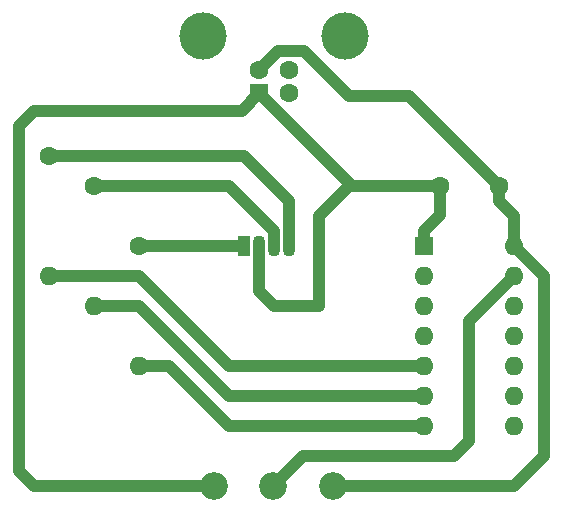
<source format=gbr>
G04 #@! TF.GenerationSoftware,KiCad,Pcbnew,(5.1.9-0-10_14)*
G04 #@! TF.CreationDate,2021-05-28T11:35:46+01:00*
G04 #@! TF.ProjectId,ATtinyRGBLamp,41547469-6e79-4524-9742-4c616d702e6b,rev?*
G04 #@! TF.SameCoordinates,Original*
G04 #@! TF.FileFunction,Copper,L2,Bot*
G04 #@! TF.FilePolarity,Positive*
%FSLAX46Y46*%
G04 Gerber Fmt 4.6, Leading zero omitted, Abs format (unit mm)*
G04 Created by KiCad (PCBNEW (5.1.9-0-10_14)) date 2021-05-28 11:35:46*
%MOMM*%
%LPD*%
G01*
G04 APERTURE LIST*
G04 #@! TA.AperFunction,ComponentPad*
%ADD10C,4.000000*%
G04 #@! TD*
G04 #@! TA.AperFunction,ComponentPad*
%ADD11C,1.600000*%
G04 #@! TD*
G04 #@! TA.AperFunction,ComponentPad*
%ADD12R,1.600000X1.600000*%
G04 #@! TD*
G04 #@! TA.AperFunction,ComponentPad*
%ADD13R,1.070000X1.800000*%
G04 #@! TD*
G04 #@! TA.AperFunction,ComponentPad*
%ADD14O,1.070000X1.800000*%
G04 #@! TD*
G04 #@! TA.AperFunction,ComponentPad*
%ADD15O,1.600000X1.600000*%
G04 #@! TD*
G04 #@! TA.AperFunction,ComponentPad*
%ADD16C,2.340000*%
G04 #@! TD*
G04 #@! TA.AperFunction,Conductor*
%ADD17C,1.016000*%
G04 #@! TD*
G04 #@! TA.AperFunction,Conductor*
%ADD18C,0.762000*%
G04 #@! TD*
G04 APERTURE END LIST*
D10*
G04 #@! TO.P,J1,5*
G04 #@! TO.N,Net-(J1-Pad5)*
X133680000Y-45720000D03*
X145680000Y-45720000D03*
D11*
G04 #@! TO.P,J1,4*
G04 #@! TO.N,GND*
X138430000Y-48580000D03*
G04 #@! TO.P,J1,3*
G04 #@! TO.N,Net-(J1-Pad3)*
X140930000Y-48580000D03*
G04 #@! TO.P,J1,2*
G04 #@! TO.N,Net-(J1-Pad2)*
X140930000Y-50580000D03*
D12*
G04 #@! TO.P,J1,1*
G04 #@! TO.N,+5V*
X138430000Y-50580000D03*
G04 #@! TD*
D11*
G04 #@! TO.P,C1,1*
G04 #@! TO.N,GND*
X158750000Y-58420000D03*
G04 #@! TO.P,C1,2*
G04 #@! TO.N,+5V*
X153750000Y-58420000D03*
G04 #@! TD*
D13*
G04 #@! TO.P,D1,1*
G04 #@! TO.N,Net-(D1-Pad1)*
X137160000Y-63500000D03*
D14*
G04 #@! TO.P,D1,2*
G04 #@! TO.N,+5V*
X138430000Y-63500000D03*
G04 #@! TO.P,D1,3*
G04 #@! TO.N,Net-(D1-Pad3)*
X139700000Y-63500000D03*
G04 #@! TO.P,D1,4*
G04 #@! TO.N,Net-(D1-Pad4)*
X140970000Y-63500000D03*
G04 #@! TD*
D12*
G04 #@! TO.P,IC1,1*
G04 #@! TO.N,+5V*
X152400000Y-63500000D03*
D15*
G04 #@! TO.P,IC1,8*
G04 #@! TO.N,Net-(IC1-Pad8)*
X160020000Y-78740000D03*
G04 #@! TO.P,IC1,2*
G04 #@! TO.N,Net-(IC1-Pad2)*
X152400000Y-66040000D03*
G04 #@! TO.P,IC1,9*
G04 #@! TO.N,Net-(IC1-Pad9)*
X160020000Y-76200000D03*
G04 #@! TO.P,IC1,3*
G04 #@! TO.N,Net-(IC1-Pad3)*
X152400000Y-68580000D03*
G04 #@! TO.P,IC1,10*
G04 #@! TO.N,Net-(IC1-Pad10)*
X160020000Y-73660000D03*
G04 #@! TO.P,IC1,4*
G04 #@! TO.N,Net-(IC1-Pad4)*
X152400000Y-71120000D03*
G04 #@! TO.P,IC1,11*
G04 #@! TO.N,Net-(IC1-Pad11)*
X160020000Y-71120000D03*
G04 #@! TO.P,IC1,5*
G04 #@! TO.N,Net-(IC1-Pad5)*
X152400000Y-73660000D03*
G04 #@! TO.P,IC1,12*
G04 #@! TO.N,Net-(IC1-Pad12)*
X160020000Y-68580000D03*
G04 #@! TO.P,IC1,6*
G04 #@! TO.N,Net-(IC1-Pad6)*
X152400000Y-76200000D03*
G04 #@! TO.P,IC1,13*
G04 #@! TO.N,Net-(IC1-Pad13)*
X160020000Y-66040000D03*
G04 #@! TO.P,IC1,7*
G04 #@! TO.N,Net-(IC1-Pad7)*
X152400000Y-78740000D03*
G04 #@! TO.P,IC1,14*
G04 #@! TO.N,GND*
X160020000Y-63500000D03*
G04 #@! TD*
G04 #@! TO.P,R1,2*
G04 #@! TO.N,Net-(IC1-Pad7)*
X128270000Y-73660000D03*
D11*
G04 #@! TO.P,R1,1*
G04 #@! TO.N,Net-(D1-Pad1)*
X128270000Y-63500000D03*
G04 #@! TD*
G04 #@! TO.P,R2,1*
G04 #@! TO.N,Net-(D1-Pad3)*
X124460000Y-58420000D03*
D15*
G04 #@! TO.P,R2,2*
G04 #@! TO.N,Net-(IC1-Pad6)*
X124460000Y-68580000D03*
G04 #@! TD*
D11*
G04 #@! TO.P,R3,1*
G04 #@! TO.N,Net-(D1-Pad4)*
X120650000Y-55880000D03*
D15*
G04 #@! TO.P,R3,2*
G04 #@! TO.N,Net-(IC1-Pad5)*
X120650000Y-66040000D03*
G04 #@! TD*
D16*
G04 #@! TO.P,RV1,3*
G04 #@! TO.N,GND*
X144620000Y-83820000D03*
G04 #@! TO.P,RV1,2*
G04 #@! TO.N,Net-(IC1-Pad13)*
X139620000Y-83820000D03*
G04 #@! TO.P,RV1,1*
G04 #@! TO.N,+5V*
X134620000Y-83820000D03*
G04 #@! TD*
D17*
G04 #@! TO.N,Net-(D1-Pad1)*
X128270000Y-63500000D02*
X137160000Y-63500000D01*
G04 #@! TO.N,Net-(D1-Pad3)*
X124460000Y-58420000D02*
X135890000Y-58420000D01*
X135890000Y-58420000D02*
X139700000Y-62230000D01*
X139700000Y-62230000D02*
X139700000Y-63500000D01*
G04 #@! TO.N,Net-(D1-Pad4)*
X138430000Y-57150000D02*
X140970000Y-59690000D01*
X120650000Y-55880000D02*
X137160000Y-55880000D01*
X137160000Y-55880000D02*
X138430000Y-57150000D01*
X140970000Y-59690000D02*
X140970000Y-63500000D01*
G04 #@! TO.N,Net-(IC1-Pad5)*
X135890000Y-73660000D02*
X128270000Y-66040000D01*
X152400000Y-73660000D02*
X135890000Y-73660000D01*
X120650000Y-66040000D02*
X128270000Y-66040000D01*
G04 #@! TO.N,Net-(IC1-Pad6)*
X135890000Y-76200000D02*
X152400000Y-76200000D01*
X128270000Y-68580000D02*
X135890000Y-76200000D01*
X124460000Y-68580000D02*
X128270000Y-68580000D01*
G04 #@! TO.N,Net-(IC1-Pad13)*
X160020000Y-66040000D02*
X156210000Y-69850000D01*
X156210000Y-69850000D02*
X156210000Y-80010000D01*
X156210000Y-80010000D02*
X154940000Y-81280000D01*
X142160000Y-81280000D02*
X139620000Y-83820000D01*
X154940000Y-81280000D02*
X142160000Y-81280000D01*
G04 #@! TO.N,Net-(IC1-Pad7)*
X128270000Y-73660000D02*
X130810000Y-73660000D01*
X135890000Y-78740000D02*
X152400000Y-78740000D01*
X130810000Y-73660000D02*
X135890000Y-78740000D01*
G04 #@! TO.N,GND*
X158750000Y-58420000D02*
X158750000Y-59690000D01*
X160020000Y-60960000D02*
X160020000Y-63500000D01*
X158750000Y-59690000D02*
X160020000Y-60960000D01*
X140020000Y-46990000D02*
X138430000Y-48580000D01*
X142240000Y-46990000D02*
X140020000Y-46990000D01*
X158750000Y-58420000D02*
X151130000Y-50800000D01*
X151130000Y-50800000D02*
X146050000Y-50800000D01*
X146050000Y-50800000D02*
X142240000Y-46990000D01*
X160020000Y-63500000D02*
X162560000Y-66040000D01*
X162560000Y-66040000D02*
X162560000Y-81280000D01*
X160020000Y-83820000D02*
X144620000Y-83820000D01*
X162560000Y-81280000D02*
X160020000Y-83820000D01*
D18*
G04 #@! TO.N,+5V*
X153750000Y-58420000D02*
X153750000Y-59610000D01*
D17*
X153750000Y-58420000D02*
X153750000Y-60880000D01*
X152400000Y-62230000D02*
X152400000Y-63500000D01*
X153750000Y-60880000D02*
X152400000Y-62230000D01*
X146270000Y-58420000D02*
X138430000Y-50580000D01*
X153750000Y-58420000D02*
X146270000Y-58420000D01*
D18*
X146050000Y-58200000D02*
X138430000Y-50580000D01*
D17*
X118110000Y-53340000D02*
X119380000Y-52070000D01*
X118110000Y-82550000D02*
X118110000Y-53340000D01*
X136940000Y-52070000D02*
X138430000Y-50580000D01*
X119380000Y-83820000D02*
X118110000Y-82550000D01*
X119380000Y-52070000D02*
X136940000Y-52070000D01*
X134620000Y-83820000D02*
X119380000Y-83820000D01*
D18*
X146050000Y-58420000D02*
X146270000Y-58420000D01*
D17*
X143510000Y-68580000D02*
X143510000Y-60960000D01*
X143510000Y-60960000D02*
X146050000Y-58420000D01*
X139700000Y-68580000D02*
X143510000Y-68580000D01*
X138430000Y-67310000D02*
X139700000Y-68580000D01*
X138430000Y-63500000D02*
X138430000Y-67310000D01*
G04 #@! TD*
M02*

</source>
